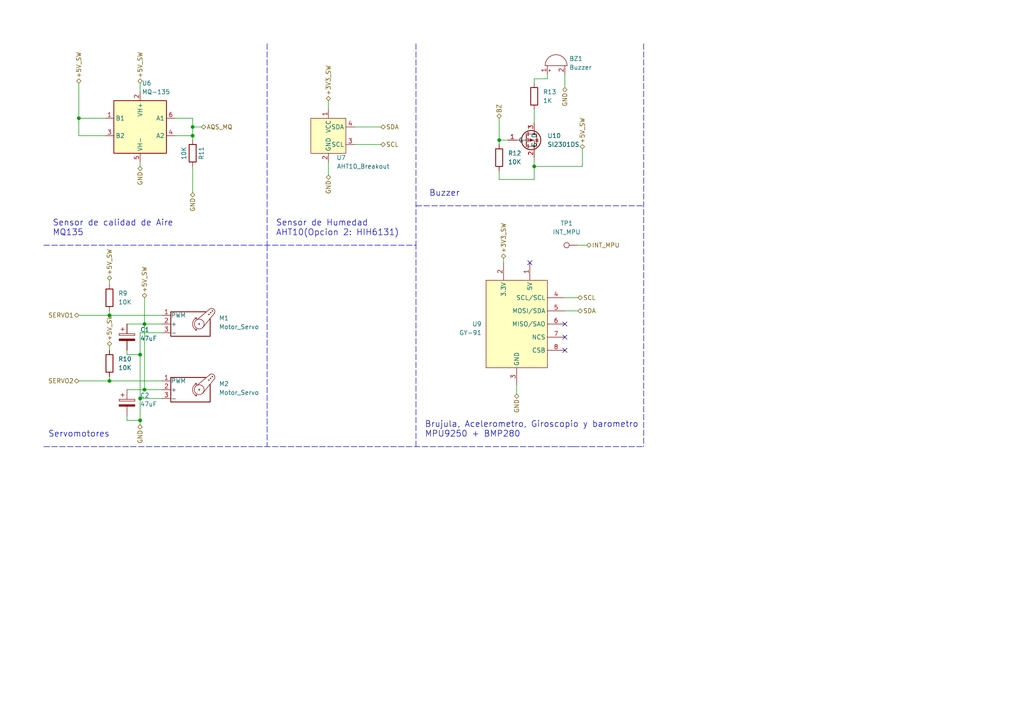
<source format=kicad_sch>
(kicad_sch (version 20211123) (generator eeschema)

  (uuid c41369cf-f6c2-4467-b5b6-547d11b61494)

  (paper "A4")

  (title_block
    (title "mCALCAN: Placa Sensores + Actuadores")
    (date "2022-10-10")
    (rev "3B_FULL")
    (company "gVIE")
    (comment 1 "Colegio: ITS Villada")
    (comment 2 "Córdoba, Argentina")
  )

  (lib_symbols
    (symbol "Connector:TestPoint" (pin_numbers hide) (pin_names (offset 0.762) hide) (in_bom yes) (on_board yes)
      (property "Reference" "TP" (id 0) (at 0 6.858 0)
        (effects (font (size 1.27 1.27)))
      )
      (property "Value" "TestPoint" (id 1) (at 0 5.08 0)
        (effects (font (size 1.27 1.27)))
      )
      (property "Footprint" "" (id 2) (at 5.08 0 0)
        (effects (font (size 1.27 1.27)) hide)
      )
      (property "Datasheet" "~" (id 3) (at 5.08 0 0)
        (effects (font (size 1.27 1.27)) hide)
      )
      (property "ki_keywords" "test point tp" (id 4) (at 0 0 0)
        (effects (font (size 1.27 1.27)) hide)
      )
      (property "ki_description" "test point" (id 5) (at 0 0 0)
        (effects (font (size 1.27 1.27)) hide)
      )
      (property "ki_fp_filters" "Pin* Test*" (id 6) (at 0 0 0)
        (effects (font (size 1.27 1.27)) hide)
      )
      (symbol "TestPoint_0_1"
        (circle (center 0 3.302) (radius 0.762)
          (stroke (width 0) (type default) (color 0 0 0 0))
          (fill (type none))
        )
      )
      (symbol "TestPoint_1_1"
        (pin passive line (at 0 0 90) (length 2.54)
          (name "1" (effects (font (size 1.27 1.27))))
          (number "1" (effects (font (size 1.27 1.27))))
        )
      )
    )
    (symbol "Device:Buzzer" (pin_names (offset 0.0254) hide) (in_bom yes) (on_board yes)
      (property "Reference" "BZ" (id 0) (at 3.81 1.27 0)
        (effects (font (size 1.27 1.27)) (justify left))
      )
      (property "Value" "Buzzer" (id 1) (at 3.81 -1.27 0)
        (effects (font (size 1.27 1.27)) (justify left))
      )
      (property "Footprint" "" (id 2) (at -0.635 2.54 90)
        (effects (font (size 1.27 1.27)) hide)
      )
      (property "Datasheet" "~" (id 3) (at -0.635 2.54 90)
        (effects (font (size 1.27 1.27)) hide)
      )
      (property "ki_keywords" "quartz resonator ceramic" (id 4) (at 0 0 0)
        (effects (font (size 1.27 1.27)) hide)
      )
      (property "ki_description" "Buzzer, polarized" (id 5) (at 0 0 0)
        (effects (font (size 1.27 1.27)) hide)
      )
      (property "ki_fp_filters" "*Buzzer*" (id 6) (at 0 0 0)
        (effects (font (size 1.27 1.27)) hide)
      )
      (symbol "Buzzer_0_1"
        (arc (start 0 -3.175) (mid 3.175 0) (end 0 3.175)
          (stroke (width 0) (type default) (color 0 0 0 0))
          (fill (type none))
        )
        (polyline
          (pts
            (xy -1.651 1.905)
            (xy -1.143 1.905)
          )
          (stroke (width 0) (type default) (color 0 0 0 0))
          (fill (type none))
        )
        (polyline
          (pts
            (xy -1.397 2.159)
            (xy -1.397 1.651)
          )
          (stroke (width 0) (type default) (color 0 0 0 0))
          (fill (type none))
        )
        (polyline
          (pts
            (xy 0 3.175)
            (xy 0 -3.175)
          )
          (stroke (width 0) (type default) (color 0 0 0 0))
          (fill (type none))
        )
      )
      (symbol "Buzzer_1_1"
        (pin passive line (at -2.54 2.54 0) (length 2.54)
          (name "-" (effects (font (size 1.27 1.27))))
          (number "1" (effects (font (size 1.27 1.27))))
        )
        (pin passive line (at -2.54 -2.54 0) (length 2.54)
          (name "+" (effects (font (size 1.27 1.27))))
          (number "2" (effects (font (size 1.27 1.27))))
        )
      )
    )
    (symbol "Device:C_Polarized" (pin_numbers hide) (pin_names (offset 0.254)) (in_bom yes) (on_board yes)
      (property "Reference" "C" (id 0) (at 0.635 2.54 0)
        (effects (font (size 1.27 1.27)) (justify left))
      )
      (property "Value" "C_Polarized" (id 1) (at 0.635 -2.54 0)
        (effects (font (size 1.27 1.27)) (justify left))
      )
      (property "Footprint" "" (id 2) (at 0.9652 -3.81 0)
        (effects (font (size 1.27 1.27)) hide)
      )
      (property "Datasheet" "~" (id 3) (at 0 0 0)
        (effects (font (size 1.27 1.27)) hide)
      )
      (property "ki_keywords" "cap capacitor" (id 4) (at 0 0 0)
        (effects (font (size 1.27 1.27)) hide)
      )
      (property "ki_description" "Polarized capacitor" (id 5) (at 0 0 0)
        (effects (font (size 1.27 1.27)) hide)
      )
      (property "ki_fp_filters" "CP_*" (id 6) (at 0 0 0)
        (effects (font (size 1.27 1.27)) hide)
      )
      (symbol "C_Polarized_0_1"
        (rectangle (start -2.286 0.508) (end 2.286 1.016)
          (stroke (width 0) (type default) (color 0 0 0 0))
          (fill (type none))
        )
        (polyline
          (pts
            (xy -1.778 2.286)
            (xy -0.762 2.286)
          )
          (stroke (width 0) (type default) (color 0 0 0 0))
          (fill (type none))
        )
        (polyline
          (pts
            (xy -1.27 2.794)
            (xy -1.27 1.778)
          )
          (stroke (width 0) (type default) (color 0 0 0 0))
          (fill (type none))
        )
        (rectangle (start 2.286 -0.508) (end -2.286 -1.016)
          (stroke (width 0) (type default) (color 0 0 0 0))
          (fill (type outline))
        )
      )
      (symbol "C_Polarized_1_1"
        (pin passive line (at 0 3.81 270) (length 2.794)
          (name "~" (effects (font (size 1.27 1.27))))
          (number "1" (effects (font (size 1.27 1.27))))
        )
        (pin passive line (at 0 -3.81 90) (length 2.794)
          (name "~" (effects (font (size 1.27 1.27))))
          (number "2" (effects (font (size 1.27 1.27))))
        )
      )
    )
    (symbol "Device:R" (pin_numbers hide) (pin_names (offset 0)) (in_bom yes) (on_board yes)
      (property "Reference" "R" (id 0) (at 2.032 0 90)
        (effects (font (size 1.27 1.27)))
      )
      (property "Value" "R" (id 1) (at 0 0 90)
        (effects (font (size 1.27 1.27)))
      )
      (property "Footprint" "" (id 2) (at -1.778 0 90)
        (effects (font (size 1.27 1.27)) hide)
      )
      (property "Datasheet" "~" (id 3) (at 0 0 0)
        (effects (font (size 1.27 1.27)) hide)
      )
      (property "ki_keywords" "R res resistor" (id 4) (at 0 0 0)
        (effects (font (size 1.27 1.27)) hide)
      )
      (property "ki_description" "Resistor" (id 5) (at 0 0 0)
        (effects (font (size 1.27 1.27)) hide)
      )
      (property "ki_fp_filters" "R_*" (id 6) (at 0 0 0)
        (effects (font (size 1.27 1.27)) hide)
      )
      (symbol "R_0_1"
        (rectangle (start -1.016 -2.54) (end 1.016 2.54)
          (stroke (width 0.254) (type default) (color 0 0 0 0))
          (fill (type none))
        )
      )
      (symbol "R_1_1"
        (pin passive line (at 0 3.81 270) (length 1.27)
          (name "~" (effects (font (size 1.27 1.27))))
          (number "1" (effects (font (size 1.27 1.27))))
        )
        (pin passive line (at 0 -3.81 90) (length 1.27)
          (name "~" (effects (font (size 1.27 1.27))))
          (number "2" (effects (font (size 1.27 1.27))))
        )
      )
    )
    (symbol "Motor:Motor_Servo" (pin_names (offset 0.0254)) (in_bom yes) (on_board yes)
      (property "Reference" "M" (id 0) (at -5.08 4.445 0)
        (effects (font (size 1.27 1.27)) (justify left))
      )
      (property "Value" "Motor_Servo" (id 1) (at -5.08 -4.064 0)
        (effects (font (size 1.27 1.27)) (justify left top))
      )
      (property "Footprint" "" (id 2) (at 0 -4.826 0)
        (effects (font (size 1.27 1.27)) hide)
      )
      (property "Datasheet" "http://forums.parallax.com/uploads/attachments/46831/74481.png" (id 3) (at 0 -4.826 0)
        (effects (font (size 1.27 1.27)) hide)
      )
      (property "ki_keywords" "Servo Motor" (id 4) (at 0 0 0)
        (effects (font (size 1.27 1.27)) hide)
      )
      (property "ki_description" "Servo Motor (Futaba, HiTec, JR connector)" (id 5) (at 0 0 0)
        (effects (font (size 1.27 1.27)) hide)
      )
      (property "ki_fp_filters" "PinHeader*P2.54mm*" (id 6) (at 0 0 0)
        (effects (font (size 1.27 1.27)) hide)
      )
      (symbol "Motor_Servo_0_1"
        (polyline
          (pts
            (xy 2.413 -1.778)
            (xy 2.032 -1.778)
          )
          (stroke (width 0) (type default) (color 0 0 0 0))
          (fill (type none))
        )
        (polyline
          (pts
            (xy 2.413 -1.778)
            (xy 2.286 -1.397)
          )
          (stroke (width 0) (type default) (color 0 0 0 0))
          (fill (type none))
        )
        (polyline
          (pts
            (xy 2.413 1.778)
            (xy 1.905 1.778)
          )
          (stroke (width 0) (type default) (color 0 0 0 0))
          (fill (type none))
        )
        (polyline
          (pts
            (xy 2.413 1.778)
            (xy 2.286 1.397)
          )
          (stroke (width 0) (type default) (color 0 0 0 0))
          (fill (type none))
        )
        (polyline
          (pts
            (xy 6.35 4.445)
            (xy 2.54 1.27)
          )
          (stroke (width 0) (type default) (color 0 0 0 0))
          (fill (type none))
        )
        (polyline
          (pts
            (xy 7.62 3.175)
            (xy 4.191 -1.016)
          )
          (stroke (width 0) (type default) (color 0 0 0 0))
          (fill (type none))
        )
        (polyline
          (pts
            (xy 5.08 3.556)
            (xy -5.08 3.556)
            (xy -5.08 -3.556)
            (xy 6.35 -3.556)
            (xy 6.35 1.524)
          )
          (stroke (width 0.254) (type default) (color 0 0 0 0))
          (fill (type none))
        )
        (arc (start 2.413 1.778) (mid 1.2406 0) (end 2.413 -1.778)
          (stroke (width 0) (type default) (color 0 0 0 0))
          (fill (type none))
        )
        (circle (center 3.175 0) (radius 0.1778)
          (stroke (width 0) (type default) (color 0 0 0 0))
          (fill (type none))
        )
        (circle (center 3.175 0) (radius 1.4224)
          (stroke (width 0) (type default) (color 0 0 0 0))
          (fill (type none))
        )
        (circle (center 5.969 2.794) (radius 0.127)
          (stroke (width 0) (type default) (color 0 0 0 0))
          (fill (type none))
        )
        (circle (center 6.477 3.302) (radius 0.127)
          (stroke (width 0) (type default) (color 0 0 0 0))
          (fill (type none))
        )
        (circle (center 6.985 3.81) (radius 0.127)
          (stroke (width 0) (type default) (color 0 0 0 0))
          (fill (type none))
        )
        (arc (start 7.62 3.175) (mid 7.4485 4.2735) (end 6.35 4.445)
          (stroke (width 0) (type default) (color 0 0 0 0))
          (fill (type none))
        )
      )
      (symbol "Motor_Servo_1_1"
        (pin passive line (at -7.62 2.54 0) (length 2.54)
          (name "PWM" (effects (font (size 1.27 1.27))))
          (number "1" (effects (font (size 1.27 1.27))))
        )
        (pin passive line (at -7.62 0 0) (length 2.54)
          (name "+" (effects (font (size 1.27 1.27))))
          (number "2" (effects (font (size 1.27 1.27))))
        )
        (pin passive line (at -7.62 -2.54 0) (length 2.54)
          (name "-" (effects (font (size 1.27 1.27))))
          (number "3" (effects (font (size 1.27 1.27))))
        )
      )
    )
    (symbol "Sensor_Gas:MQ-6" (in_bom yes) (on_board yes)
      (property "Reference" "U" (id 0) (at -6.35 8.89 0)
        (effects (font (size 1.27 1.27)))
      )
      (property "Value" "MQ-6" (id 1) (at 3.81 8.89 0)
        (effects (font (size 1.27 1.27)))
      )
      (property "Footprint" "Sensor:MQ-6" (id 2) (at 1.27 -11.43 0)
        (effects (font (size 1.27 1.27)) hide)
      )
      (property "Datasheet" "https://www.winsen-sensor.com/d/files/semiconductor/mq-6.pdf" (id 3) (at 0 6.35 0)
        (effects (font (size 1.27 1.27)) hide)
      )
      (property "ki_keywords" "flammable gas sensor LPG" (id 4) (at 0 0 0)
        (effects (font (size 1.27 1.27)) hide)
      )
      (property "ki_description" "Semiconductor Sensor for Flammable Gas" (id 5) (at 0 0 0)
        (effects (font (size 1.27 1.27)) hide)
      )
      (property "ki_fp_filters" "*MQ*6*" (id 6) (at 0 0 0)
        (effects (font (size 1.27 1.27)) hide)
      )
      (symbol "MQ-6_0_1"
        (rectangle (start -7.62 7.62) (end 7.62 -7.62)
          (stroke (width 0.254) (type default) (color 0 0 0 0))
          (fill (type background))
        )
      )
      (symbol "MQ-6_1_1"
        (pin passive line (at 10.16 2.54 180) (length 2.54)
          (name "B1" (effects (font (size 1.27 1.27))))
          (number "1" (effects (font (size 1.27 1.27))))
        )
        (pin power_in line (at 0 10.16 270) (length 2.54)
          (name "VH+" (effects (font (size 1.27 1.27))))
          (number "2" (effects (font (size 1.27 1.27))))
        )
        (pin passive line (at 10.16 -2.54 180) (length 2.54)
          (name "B2" (effects (font (size 1.27 1.27))))
          (number "3" (effects (font (size 1.27 1.27))))
        )
        (pin passive line (at -10.16 -2.54 0) (length 2.54)
          (name "A2" (effects (font (size 1.27 1.27))))
          (number "4" (effects (font (size 1.27 1.27))))
        )
        (pin power_in line (at 0 -10.16 90) (length 2.54)
          (name "VH-" (effects (font (size 1.27 1.27))))
          (number "5" (effects (font (size 1.27 1.27))))
        )
        (pin passive line (at -10.16 2.54 0) (length 2.54)
          (name "A1" (effects (font (size 1.27 1.27))))
          (number "6" (effects (font (size 1.27 1.27))))
        )
      )
    )
    (symbol "mCALCAN_lib:AHT10_Breakout" (in_bom yes) (on_board yes)
      (property "Reference" "U" (id 0) (at -22.86 5.08 0)
        (effects (font (size 1.27 1.27)))
      )
      (property "Value" "AHT10_Breakout" (id 1) (at -22.86 7.62 0)
        (effects (font (size 1.27 1.27)))
      )
      (property "Footprint" "" (id 2) (at -1.27 0 0)
        (effects (font (size 1.27 1.27)) hide)
      )
      (property "Datasheet" "" (id 3) (at -1.27 0 0)
        (effects (font (size 1.27 1.27)) hide)
      )
      (symbol "AHT10_Breakout_0_1"
        (rectangle (start -5.08 5.08) (end 5.08 -5.08)
          (stroke (width 0) (type default) (color 0 0 0 0))
          (fill (type background))
        )
      )
      (symbol "AHT10_Breakout_1_1"
        (pin power_in line (at 0 7.62 270) (length 2.54)
          (name "VCC" (effects (font (size 1.27 1.27))))
          (number "1" (effects (font (size 1.27 1.27))))
        )
        (pin power_in line (at 0 -7.62 90) (length 2.54)
          (name "GND" (effects (font (size 1.27 1.27))))
          (number "2" (effects (font (size 1.27 1.27))))
        )
        (pin bidirectional line (at 7.62 -2.54 180) (length 2.54)
          (name "SCL" (effects (font (size 1.27 1.27))))
          (number "3" (effects (font (size 1.27 1.27))))
        )
        (pin bidirectional line (at 7.62 2.54 180) (length 2.54)
          (name "SDA" (effects (font (size 1.27 1.27))))
          (number "4" (effects (font (size 1.27 1.27))))
        )
      )
    )
    (symbol "mCALCAN_lib:GY-91" (in_bom yes) (on_board yes)
      (property "Reference" "U" (id 0) (at 7.62 13.97 0)
        (effects (font (size 1.27 1.27)))
      )
      (property "Value" "GY-91" (id 1) (at 10.16 16.51 0)
        (effects (font (size 1.27 1.27)))
      )
      (property "Footprint" "" (id 2) (at -1.27 3.81 0)
        (effects (font (size 1.27 1.27)) hide)
      )
      (property "Datasheet" "" (id 3) (at -1.27 3.81 0)
        (effects (font (size 1.27 1.27)) hide)
      )
      (symbol "GY-91_0_1"
        (rectangle (start -8.89 12.7) (end 8.89 -12.7)
          (stroke (width 0) (type default) (color 0 0 0 0))
          (fill (type background))
        )
      )
      (symbol "GY-91_1_1"
        (pin power_in line (at 3.81 17.78 270) (length 5.08)
          (name "5V" (effects (font (size 1.27 1.27))))
          (number "1" (effects (font (size 1.27 1.27))))
        )
        (pin power_in line (at -3.81 17.78 270) (length 5.08)
          (name "3.3V" (effects (font (size 1.27 1.27))))
          (number "2" (effects (font (size 1.27 1.27))))
        )
        (pin power_in line (at 0 -17.78 90) (length 5.08)
          (name "GND" (effects (font (size 1.27 1.27))))
          (number "3" (effects (font (size 1.27 1.27))))
        )
        (pin bidirectional line (at 13.97 7.62 180) (length 5.08)
          (name "SCL/SCL" (effects (font (size 1.27 1.27))))
          (number "4" (effects (font (size 1.27 1.27))))
        )
        (pin bidirectional line (at 13.97 3.81 180) (length 5.08)
          (name "MOSI/SDA" (effects (font (size 1.27 1.27))))
          (number "5" (effects (font (size 1.27 1.27))))
        )
        (pin bidirectional line (at 13.97 0 180) (length 5.08)
          (name "MISO/SAO" (effects (font (size 1.27 1.27))))
          (number "6" (effects (font (size 1.27 1.27))))
        )
        (pin bidirectional line (at 13.97 -3.81 180) (length 5.08)
          (name "NCS" (effects (font (size 1.27 1.27))))
          (number "7" (effects (font (size 1.27 1.27))))
        )
        (pin bidirectional line (at 13.97 -7.62 180) (length 5.08)
          (name "CSB" (effects (font (size 1.27 1.27))))
          (number "8" (effects (font (size 1.27 1.27))))
        )
      )
    )
    (symbol "mCALCAN_lib:SI2301DS" (in_bom yes) (on_board yes)
      (property "Reference" "U" (id 0) (at 2.54 -1.27 0)
        (effects (font (size 1.27 1.27)))
      )
      (property "Value" "SI2301DS" (id 1) (at 6.35 1.27 0)
        (effects (font (size 1.27 1.27)))
      )
      (property "Footprint" "" (id 2) (at 0 12.7 0)
        (effects (font (size 1.27 1.27)) hide)
      )
      (property "Datasheet" "" (id 3) (at 0 12.7 0)
        (effects (font (size 1.27 1.27)) hide)
      )
      (symbol "SI2301DS_0_1"
        (circle (center -0.889 0) (radius 2.794)
          (stroke (width 0.254) (type default) (color 0 0 0 0))
          (fill (type none))
        )
        (circle (center 0 -1.778) (radius 0.254)
          (stroke (width 0) (type default) (color 0 0 0 0))
          (fill (type outline))
        )
        (polyline
          (pts
            (xy -2.286 0)
            (xy -5.08 0)
          )
          (stroke (width 0) (type default) (color 0 0 0 0))
          (fill (type none))
        )
        (polyline
          (pts
            (xy -2.286 1.905)
            (xy -2.286 -1.905)
          )
          (stroke (width 0.254) (type default) (color 0 0 0 0))
          (fill (type none))
        )
        (polyline
          (pts
            (xy -1.778 -1.27)
            (xy -1.778 -2.286)
          )
          (stroke (width 0.254) (type default) (color 0 0 0 0))
          (fill (type none))
        )
        (polyline
          (pts
            (xy -1.778 0.508)
            (xy -1.778 -0.508)
          )
          (stroke (width 0.254) (type default) (color 0 0 0 0))
          (fill (type none))
        )
        (polyline
          (pts
            (xy -1.778 2.286)
            (xy -1.778 1.27)
          )
          (stroke (width 0.254) (type default) (color 0 0 0 0))
          (fill (type none))
        )
        (polyline
          (pts
            (xy 0 2.54)
            (xy 0 1.778)
          )
          (stroke (width 0) (type default) (color 0 0 0 0))
          (fill (type none))
        )
        (polyline
          (pts
            (xy 0 -2.54)
            (xy 0 0)
            (xy -1.778 0)
          )
          (stroke (width 0) (type default) (color 0 0 0 0))
          (fill (type none))
        )
        (polyline
          (pts
            (xy -1.778 1.778)
            (xy 0.762 1.778)
            (xy 0.762 -1.778)
            (xy -1.778 -1.778)
          )
          (stroke (width 0) (type default) (color 0 0 0 0))
          (fill (type none))
        )
        (polyline
          (pts
            (xy -0.254 0)
            (xy -1.27 0.381)
            (xy -1.27 -0.381)
            (xy -0.254 0)
          )
          (stroke (width 0) (type default) (color 0 0 0 0))
          (fill (type outline))
        )
        (polyline
          (pts
            (xy 0.254 -0.508)
            (xy 0.381 -0.381)
            (xy 1.143 -0.381)
            (xy 1.27 -0.254)
          )
          (stroke (width 0) (type default) (color 0 0 0 0))
          (fill (type none))
        )
        (polyline
          (pts
            (xy 0.762 -0.381)
            (xy 0.381 0.254)
            (xy 1.143 0.254)
            (xy 0.762 -0.381)
          )
          (stroke (width 0) (type default) (color 0 0 0 0))
          (fill (type none))
        )
        (circle (center 0 1.778) (radius 0.254)
          (stroke (width 0) (type default) (color 0 0 0 0))
          (fill (type outline))
        )
      )
      (symbol "SI2301DS_1_1"
        (pin input line (at -7.62 0 0) (length 2.54)
          (name "G" (effects (font (size 1.27 1.27))))
          (number "1" (effects (font (size 1.27 1.27))))
        )
        (pin passive line (at 0 -5.08 90) (length 2.54)
          (name "S" (effects (font (size 1.27 1.27))))
          (number "2" (effects (font (size 1.27 1.27))))
        )
        (pin passive line (at 0 5.08 270) (length 2.54)
          (name "D" (effects (font (size 1.27 1.27))))
          (number "3" (effects (font (size 1.27 1.27))))
        )
      )
    )
  )

  (junction (at 31.75 110.49) (diameter 0) (color 0 0 0 0)
    (uuid 1ca98cf9-5ed4-4c9a-8e2d-2881051e2052)
  )
  (junction (at 154.94 48.26) (diameter 0) (color 0 0 0 0)
    (uuid 2498acdd-84e7-419d-87ce-eb84cd48c7cc)
  )
  (junction (at 40.64 102.87) (diameter 0) (color 0 0 0 0)
    (uuid 619670b3-ae19-446e-ad5c-a35451562e48)
  )
  (junction (at 55.88 39.37) (diameter 0) (color 0 0 0 0)
    (uuid 6d136ffb-840e-4fef-9eb3-69e6f5347502)
  )
  (junction (at 55.88 36.83) (diameter 0) (color 0 0 0 0)
    (uuid 6e7d3c0e-3a35-4029-99b3-0df5f049393c)
  )
  (junction (at 40.64 121.92) (diameter 0) (color 0 0 0 0)
    (uuid 71d5c47a-3399-4a18-a952-cbc78c16dc59)
  )
  (junction (at 41.91 93.98) (diameter 0) (color 0 0 0 0)
    (uuid 7e54af1a-9072-4efe-a859-482ee80f7aea)
  )
  (junction (at 22.86 34.29) (diameter 0) (color 0 0 0 0)
    (uuid 8e668ee7-b9e1-4150-bddb-34bdfcdc3008)
  )
  (junction (at 31.75 91.44) (diameter 0) (color 0 0 0 0)
    (uuid b8830f41-24c0-4d58-99e2-0cc63c19b12f)
  )
  (junction (at 40.64 115.57) (diameter 0) (color 0 0 0 0)
    (uuid b9207ada-dcd3-49c5-89e3-06eb37eb10b7)
  )
  (junction (at 41.91 113.03) (diameter 0) (color 0 0 0 0)
    (uuid c43d99c6-a735-46ca-9fa0-cf524d339c73)
  )
  (junction (at 144.78 40.64) (diameter 0) (color 0 0 0 0)
    (uuid e4f1abdd-e8fc-4583-a29c-acaee96d1691)
  )

  (no_connect (at 153.67 76.2) (uuid 3c4f50cb-01c6-4be7-9496-51f7b79cdb3d))
  (no_connect (at 163.83 93.98) (uuid effffa22-4ae8-4678-bec7-823c45fa46a0))
  (no_connect (at 163.83 97.79) (uuid effffa22-4ae8-4678-bec7-823c45fa46a1))
  (no_connect (at 163.83 101.6) (uuid effffa22-4ae8-4678-bec7-823c45fa46a2))

  (wire (pts (xy 22.86 24.13) (xy 22.86 34.29))
    (stroke (width 0) (type default) (color 0 0 0 0))
    (uuid 00d24d4d-f3e1-4118-b71b-2d06fdc48169)
  )
  (polyline (pts (xy 77.47 71.12) (xy 77.47 129.54))
    (stroke (width 0) (type default) (color 0 0 0 0))
    (uuid 0360067a-2c3d-45d0-b251-00df51b87e4a)
  )

  (wire (pts (xy 36.83 121.92) (xy 40.64 121.92))
    (stroke (width 0) (type default) (color 0 0 0 0))
    (uuid 07b5b44a-91c4-4873-b20d-6e9294031582)
  )
  (wire (pts (xy 41.91 86.36) (xy 41.91 93.98))
    (stroke (width 0) (type default) (color 0 0 0 0))
    (uuid 0ab3cb63-3415-42d8-bcf9-983233b72e79)
  )
  (wire (pts (xy 40.64 121.92) (xy 40.64 123.19))
    (stroke (width 0) (type default) (color 0 0 0 0))
    (uuid 0ca9a823-fb30-4032-956b-7546b11d4d97)
  )
  (wire (pts (xy 22.86 34.29) (xy 30.48 34.29))
    (stroke (width 0) (type default) (color 0 0 0 0))
    (uuid 0e151fcc-98ac-4e5c-b720-8d134b458879)
  )
  (wire (pts (xy 31.75 91.44) (xy 31.75 90.17))
    (stroke (width 0) (type default) (color 0 0 0 0))
    (uuid 0e1e9dbe-84c9-4dd8-938d-d380e5628cf6)
  )
  (wire (pts (xy 144.78 40.64) (xy 147.32 40.64))
    (stroke (width 0) (type default) (color 0 0 0 0))
    (uuid 0e3dbfb6-2309-4783-8b85-002a67fe6366)
  )
  (wire (pts (xy 167.64 71.12) (xy 170.18 71.12))
    (stroke (width 0) (type default) (color 0 0 0 0))
    (uuid 1046074b-6ffe-4983-bfc0-00c46903a977)
  )
  (wire (pts (xy 154.94 31.75) (xy 154.94 35.56))
    (stroke (width 0) (type default) (color 0 0 0 0))
    (uuid 1bc6e087-d4f0-4426-9745-293c0d70c970)
  )
  (wire (pts (xy 22.86 39.37) (xy 30.48 39.37))
    (stroke (width 0) (type default) (color 0 0 0 0))
    (uuid 1f0118a9-b027-426c-8c06-3dcac5b763b2)
  )
  (wire (pts (xy 31.75 100.33) (xy 31.75 101.6))
    (stroke (width 0) (type default) (color 0 0 0 0))
    (uuid 20fa4b73-83bf-41b2-8711-7234f76ff0d5)
  )
  (wire (pts (xy 144.78 40.64) (xy 144.78 41.91))
    (stroke (width 0) (type default) (color 0 0 0 0))
    (uuid 2647c1c0-9161-4b2c-ba57-961e0c471668)
  )
  (polyline (pts (xy 175.26 71.12) (xy 175.26 71.12))
    (stroke (width 0) (type default) (color 0 0 0 0))
    (uuid 268f55a3-48ce-4451-b7b6-ebcdedc8dd0b)
  )

  (wire (pts (xy 40.64 115.57) (xy 40.64 121.92))
    (stroke (width 0) (type default) (color 0 0 0 0))
    (uuid 2afa2188-a7fa-479d-a562-849d01ee394d)
  )
  (wire (pts (xy 154.94 24.13) (xy 154.94 22.86))
    (stroke (width 0) (type default) (color 0 0 0 0))
    (uuid 320c982e-8ebb-4faf-9d25-7de1faca9453)
  )
  (wire (pts (xy 168.91 43.18) (xy 168.91 48.26))
    (stroke (width 0) (type default) (color 0 0 0 0))
    (uuid 34ad68a4-3829-422b-9bff-fef45adc0725)
  )
  (wire (pts (xy 40.64 46.99) (xy 40.64 48.26))
    (stroke (width 0) (type default) (color 0 0 0 0))
    (uuid 37ef351b-a615-4fe6-9638-162117790a5a)
  )
  (wire (pts (xy 158.75 22.86) (xy 158.75 21.59))
    (stroke (width 0) (type default) (color 0 0 0 0))
    (uuid 39812507-bad0-4c1b-a013-6764d45ee3d3)
  )
  (wire (pts (xy 154.94 48.26) (xy 154.94 45.72))
    (stroke (width 0) (type default) (color 0 0 0 0))
    (uuid 3b8e618d-5bfb-4376-9ff8-bf5112a65d63)
  )
  (wire (pts (xy 46.99 91.44) (xy 31.75 91.44))
    (stroke (width 0) (type default) (color 0 0 0 0))
    (uuid 3e04e0a7-9294-480d-9bd3-30dfe9f1fddc)
  )
  (wire (pts (xy 31.75 81.28) (xy 31.75 82.55))
    (stroke (width 0) (type default) (color 0 0 0 0))
    (uuid 41d607d1-26a6-49d8-8dda-2f3c62e2b44a)
  )
  (wire (pts (xy 95.25 46.99) (xy 95.25 50.8))
    (stroke (width 0) (type default) (color 0 0 0 0))
    (uuid 44cfa4ad-238d-44c9-911a-2f5ad1be6ec9)
  )
  (wire (pts (xy 144.78 49.53) (xy 144.78 52.07))
    (stroke (width 0) (type default) (color 0 0 0 0))
    (uuid 4a9bef8c-94d1-410a-92a3-25f8cc3a009f)
  )
  (wire (pts (xy 102.87 41.91) (xy 110.49 41.91))
    (stroke (width 0) (type default) (color 0 0 0 0))
    (uuid 4b97e1d2-d6b7-41c2-bafe-363a8a747799)
  )
  (wire (pts (xy 154.94 52.07) (xy 154.94 48.26))
    (stroke (width 0) (type default) (color 0 0 0 0))
    (uuid 4f45d524-1b41-4d16-a22e-6466f481e9a6)
  )
  (wire (pts (xy 22.86 110.49) (xy 31.75 110.49))
    (stroke (width 0) (type default) (color 0 0 0 0))
    (uuid 52657062-5ffb-455d-b209-8aa20847e444)
  )
  (wire (pts (xy 31.75 110.49) (xy 31.75 109.22))
    (stroke (width 0) (type default) (color 0 0 0 0))
    (uuid 55fa643a-479c-440e-adbc-e4983cfd1618)
  )
  (wire (pts (xy 36.83 102.87) (xy 40.64 102.87))
    (stroke (width 0) (type default) (color 0 0 0 0))
    (uuid 5c8fd648-9d5e-4d77-9dc9-7f8fb368ce3c)
  )
  (wire (pts (xy 36.83 113.03) (xy 41.91 113.03))
    (stroke (width 0) (type default) (color 0 0 0 0))
    (uuid 6adb5c60-d50d-4a53-87de-647fd5dcf836)
  )
  (polyline (pts (xy 120.65 129.54) (xy 120.65 71.12))
    (stroke (width 0) (type default) (color 0 0 0 0))
    (uuid 6af2d08a-3407-4469-b311-3a4bea944257)
  )

  (wire (pts (xy 163.83 90.17) (xy 167.64 90.17))
    (stroke (width 0) (type default) (color 0 0 0 0))
    (uuid 6c194402-ca0c-4413-8b69-c2bffc822fc4)
  )
  (wire (pts (xy 55.88 48.26) (xy 55.88 55.88))
    (stroke (width 0) (type default) (color 0 0 0 0))
    (uuid 6ece29fc-c722-4454-8e86-c2e93a9e0b56)
  )
  (polyline (pts (xy 120.65 12.7) (xy 120.65 71.12))
    (stroke (width 0) (type default) (color 0 0 0 0))
    (uuid 71a0c3e6-450c-4959-a1ee-a7afcbbfd9fd)
  )

  (wire (pts (xy 144.78 34.29) (xy 144.78 40.64))
    (stroke (width 0) (type default) (color 0 0 0 0))
    (uuid 7ae49f55-0ae3-403a-8310-7da0b9dbf6f4)
  )
  (wire (pts (xy 146.05 74.93) (xy 146.05 76.2))
    (stroke (width 0) (type default) (color 0 0 0 0))
    (uuid 7e3e001e-39bb-42c6-af3b-7f1c6069740e)
  )
  (wire (pts (xy 163.83 21.59) (xy 163.83 25.4))
    (stroke (width 0) (type default) (color 0 0 0 0))
    (uuid 825162e9-e6d0-4c94-8b32-f648a1b167fa)
  )
  (wire (pts (xy 40.64 24.13) (xy 40.64 26.67))
    (stroke (width 0) (type default) (color 0 0 0 0))
    (uuid 881a2030-eaf8-44bc-8739-7ca6fc10a0e7)
  )
  (wire (pts (xy 102.87 36.83) (xy 110.49 36.83))
    (stroke (width 0) (type default) (color 0 0 0 0))
    (uuid 8a3898a1-7ccb-4027-8476-87c4d3748867)
  )
  (wire (pts (xy 55.88 34.29) (xy 55.88 36.83))
    (stroke (width 0) (type default) (color 0 0 0 0))
    (uuid 8b1bd408-bbcd-4d6c-a668-0c2af165709d)
  )
  (wire (pts (xy 50.8 39.37) (xy 55.88 39.37))
    (stroke (width 0) (type default) (color 0 0 0 0))
    (uuid 97fd475f-e1d6-47ba-8bc0-0059e276f964)
  )
  (polyline (pts (xy 104.14 129.54) (xy 148.59 129.54))
    (stroke (width 0) (type default) (color 0 0 0 0))
    (uuid 9967af59-480a-46c7-82ea-0520f471c81b)
  )

  (wire (pts (xy 31.75 110.49) (xy 46.99 110.49))
    (stroke (width 0) (type default) (color 0 0 0 0))
    (uuid 9ac86a4a-9e5d-4fa3-a9d2-00d06dc8b95a)
  )
  (wire (pts (xy 55.88 36.83) (xy 55.88 39.37))
    (stroke (width 0) (type default) (color 0 0 0 0))
    (uuid 9b738e77-7778-4fba-b979-3a3afcf829c5)
  )
  (wire (pts (xy 46.99 96.52) (xy 40.64 96.52))
    (stroke (width 0) (type default) (color 0 0 0 0))
    (uuid a37322a6-244d-445b-8eee-d9f7d453dab9)
  )
  (polyline (pts (xy 12.7 71.12) (xy 104.14 71.12))
    (stroke (width 0) (type default) (color 0 0 0 0))
    (uuid a49d5ab1-201a-4d70-867a-4608db37e069)
  )

  (wire (pts (xy 46.99 93.98) (xy 41.91 93.98))
    (stroke (width 0) (type default) (color 0 0 0 0))
    (uuid a5c6e6c1-5d55-4ff4-ab0b-4dc59e768a8a)
  )
  (wire (pts (xy 31.75 91.44) (xy 22.86 91.44))
    (stroke (width 0) (type default) (color 0 0 0 0))
    (uuid a8109dbf-85cc-44e1-bf31-2f759793d3a8)
  )
  (wire (pts (xy 40.64 96.52) (xy 40.64 102.87))
    (stroke (width 0) (type default) (color 0 0 0 0))
    (uuid abb342b6-c36e-46e9-954e-21b23c3b48ec)
  )
  (wire (pts (xy 55.88 36.83) (xy 58.42 36.83))
    (stroke (width 0) (type default) (color 0 0 0 0))
    (uuid b2398acd-b4a0-41d1-ac11-90d3057e6638)
  )
  (polyline (pts (xy 104.14 71.12) (xy 120.65 71.12))
    (stroke (width 0) (type default) (color 0 0 0 0))
    (uuid b59d893e-4dd9-4463-894f-db9c4f0f3c44)
  )

  (wire (pts (xy 41.91 93.98) (xy 41.91 113.03))
    (stroke (width 0) (type default) (color 0 0 0 0))
    (uuid b8fe6da9-07f0-47f1-a0d4-9363b7bbc569)
  )
  (polyline (pts (xy 148.59 129.54) (xy 166.37 129.54))
    (stroke (width 0) (type default) (color 0 0 0 0))
    (uuid b9eeae95-15f3-4092-87e7-5b943f87e353)
  )

  (wire (pts (xy 144.78 52.07) (xy 154.94 52.07))
    (stroke (width 0) (type default) (color 0 0 0 0))
    (uuid ba7b0d44-0aba-4b05-a39e-f401060a97aa)
  )
  (wire (pts (xy 55.88 39.37) (xy 55.88 40.64))
    (stroke (width 0) (type default) (color 0 0 0 0))
    (uuid bd9fb48c-5da1-4f63-aae0-0a2ee5d53831)
  )
  (wire (pts (xy 40.64 115.57) (xy 46.99 115.57))
    (stroke (width 0) (type default) (color 0 0 0 0))
    (uuid c5108eea-1eea-4eb5-aa06-a0fac45fc471)
  )
  (wire (pts (xy 41.91 113.03) (xy 46.99 113.03))
    (stroke (width 0) (type default) (color 0 0 0 0))
    (uuid c749f2ac-9a83-433d-8be6-5ac31e7617a6)
  )
  (wire (pts (xy 163.83 86.36) (xy 167.64 86.36))
    (stroke (width 0) (type default) (color 0 0 0 0))
    (uuid cfcf248d-2bee-46df-ac64-24d7d96a3979)
  )
  (wire (pts (xy 154.94 48.26) (xy 168.91 48.26))
    (stroke (width 0) (type default) (color 0 0 0 0))
    (uuid d5fd4984-14ac-443e-ab71-de2c0217d36e)
  )
  (wire (pts (xy 50.8 34.29) (xy 55.88 34.29))
    (stroke (width 0) (type default) (color 0 0 0 0))
    (uuid d62fa09a-0e5d-4077-b75a-91826a6f3c9e)
  )
  (wire (pts (xy 36.83 101.6) (xy 36.83 102.87))
    (stroke (width 0) (type default) (color 0 0 0 0))
    (uuid d9a96851-b79c-4ad5-beb0-e7f4cd873597)
  )
  (wire (pts (xy 40.64 102.87) (xy 40.64 115.57))
    (stroke (width 0) (type default) (color 0 0 0 0))
    (uuid dac547b3-a611-4b85-a60f-b3c0dcd33828)
  )
  (wire (pts (xy 154.94 22.86) (xy 158.75 22.86))
    (stroke (width 0) (type default) (color 0 0 0 0))
    (uuid db98939b-f0d6-4de1-a355-2e60e99ce465)
  )
  (wire (pts (xy 22.86 34.29) (xy 22.86 39.37))
    (stroke (width 0) (type default) (color 0 0 0 0))
    (uuid df710dbf-5387-4961-a480-b48f81040ec3)
  )
  (polyline (pts (xy 186.69 12.7) (xy 186.69 129.54))
    (stroke (width 0) (type default) (color 0 0 0 0))
    (uuid dfc7e215-e0ff-4ee5-821f-9fa400e9b0c1)
  )
  (polyline (pts (xy 12.7 129.54) (xy 104.14 129.54))
    (stroke (width 0) (type default) (color 0 0 0 0))
    (uuid dffac277-499e-4c83-997c-1d9d39c3497d)
  )

  (wire (pts (xy 36.83 120.65) (xy 36.83 121.92))
    (stroke (width 0) (type default) (color 0 0 0 0))
    (uuid eab2eb21-cd4e-4e33-b14a-480fcf51cb1d)
  )
  (polyline (pts (xy 120.65 59.69) (xy 186.69 59.69))
    (stroke (width 0) (type default) (color 0 0 0 0))
    (uuid eadcffae-19f0-4360-9116-bf6a8202bd7d)
  )

  (wire (pts (xy 36.83 93.98) (xy 41.91 93.98))
    (stroke (width 0) (type default) (color 0 0 0 0))
    (uuid eb0b952a-e9a2-4d88-ae47-cb63d0eca44c)
  )
  (polyline (pts (xy 77.47 12.7) (xy 77.47 71.12))
    (stroke (width 0) (type default) (color 0 0 0 0))
    (uuid ecfe8de0-fd68-43f8-9e1d-43e5cb862b63)
  )
  (polyline (pts (xy 166.37 129.54) (xy 186.69 129.54))
    (stroke (width 0) (type default) (color 0 0 0 0))
    (uuid f38c0b09-af5d-41ec-b5bc-32aedeffdcb7)
  )

  (wire (pts (xy 95.25 29.21) (xy 95.25 31.75))
    (stroke (width 0) (type default) (color 0 0 0 0))
    (uuid f7cab36a-9c90-4f4e-a5d9-8e8f5a417da6)
  )
  (wire (pts (xy 149.86 111.76) (xy 149.86 114.3))
    (stroke (width 0) (type default) (color 0 0 0 0))
    (uuid f7cc8cb4-ff45-402b-9cb5-ce7a3f8c2fe8)
  )

  (text "Buzzer" (at 124.46 57.15 0)
    (effects (font (size 1.75 1.75)) (justify left bottom))
    (uuid 1abfd648-790b-409b-896d-96fe49ad0780)
  )
  (text "Sensor de Humedad\nAHT10(Opcion 2: HIH6131)" (at 80.01 68.58 0)
    (effects (font (size 1.75 1.75)) (justify left bottom))
    (uuid 23d8772e-76ab-4332-ab40-8ce17b36f43c)
  )
  (text "Brujula, Acelerometro, Giroscopio y barometro\nMPU9250 + BMP280"
    (at 123.19 127 0)
    (effects (font (size 1.75 1.75)) (justify left bottom))
    (uuid 2e421918-a7a1-4f32-8905-b8a20bd13545)
  )
  (text "Sensor de calidad de Aire\nMQ135" (at 15.24 68.58 0)
    (effects (font (size 1.75 1.75)) (justify left bottom))
    (uuid 4a31ec48-7978-40a4-8169-b381bbfe0200)
  )
  (text "Servomotores" (at 13.97 127 0)
    (effects (font (size 1.75 1.75)) (justify left bottom))
    (uuid 6f1cbabc-9ad7-4708-9e0a-364bf36995c8)
  )

  (hierarchical_label "+3V3_SW" (shape bidirectional) (at 95.25 29.21 90)
    (effects (font (size 1.27 1.27)) (justify left))
    (uuid 0bf775c3-4bd3-4bc1-9cb5-5fcf415ad1ea)
  )
  (hierarchical_label "SCL" (shape bidirectional) (at 110.49 41.91 0)
    (effects (font (size 1.27 1.27)) (justify left))
    (uuid 203d93dd-4a65-4aa9-9fa4-44c0b3ec37eb)
  )
  (hierarchical_label "+5V_SW" (shape bidirectional) (at 22.86 24.13 90)
    (effects (font (size 1.27 1.27)) (justify left))
    (uuid 2056d386-f11a-4d49-bb4f-ea72d747eff9)
  )
  (hierarchical_label "+5V_SW" (shape bidirectional) (at 41.91 86.36 90)
    (effects (font (size 1.27 1.27)) (justify left))
    (uuid 2148f2b6-facf-4495-acb4-dd632124e0f9)
  )
  (hierarchical_label "+5V_SW" (shape bidirectional) (at 168.91 43.18 90)
    (effects (font (size 1.27 1.27)) (justify left))
    (uuid 2c12df22-ea97-4a3c-a7fd-345ebb1178d8)
  )
  (hierarchical_label "+5V_SW" (shape bidirectional) (at 31.75 81.28 90)
    (effects (font (size 1.27 1.27)) (justify left))
    (uuid 4384aeef-a6b9-466b-97c7-12cdbede1029)
  )
  (hierarchical_label "GND" (shape bidirectional) (at 40.64 123.19 270)
    (effects (font (size 1.27 1.27)) (justify right))
    (uuid 44056df1-9fc3-4b45-9073-763dbd56a4cb)
  )
  (hierarchical_label "+3V3_SW" (shape bidirectional) (at 146.05 74.93 90)
    (effects (font (size 1.27 1.27)) (justify left))
    (uuid 53b1a22f-6590-4342-a365-acb935a14af1)
  )
  (hierarchical_label "SDA" (shape bidirectional) (at 110.49 36.83 0)
    (effects (font (size 1.27 1.27)) (justify left))
    (uuid 549df4b2-0a1a-4bb8-a8be-62a884c32d80)
  )
  (hierarchical_label "GND" (shape bidirectional) (at 40.64 48.26 270)
    (effects (font (size 1.27 1.27)) (justify right))
    (uuid 5cebe08a-db22-402b-af9c-bf6a02e23e2b)
  )
  (hierarchical_label "SDA" (shape bidirectional) (at 167.64 90.17 0)
    (effects (font (size 1.27 1.27)) (justify left))
    (uuid 7125fcf7-48dc-4e3f-859b-a492b864c883)
  )
  (hierarchical_label "BZ" (shape bidirectional) (at 144.78 34.29 90)
    (effects (font (size 1.27 1.27)) (justify left))
    (uuid 730ba1b5-9a83-42e1-89d2-5b07ebc52be4)
  )
  (hierarchical_label "GND" (shape bidirectional) (at 55.88 55.88 270)
    (effects (font (size 1.27 1.27)) (justify right))
    (uuid 75721611-9509-40b2-a4ad-06b6bba0ad11)
  )
  (hierarchical_label "INT_MPU" (shape bidirectional) (at 170.18 71.12 0)
    (effects (font (size 1.27 1.27)) (justify left))
    (uuid 7ec85a39-a313-4fe4-850f-0a71564827ca)
  )
  (hierarchical_label "SERVO1" (shape bidirectional) (at 22.86 91.44 180)
    (effects (font (size 1.27 1.27)) (justify right))
    (uuid 8f3bb7cd-5aec-4cf9-9219-ccaccde38385)
  )
  (hierarchical_label "GND" (shape bidirectional) (at 163.83 25.4 270)
    (effects (font (size 1.27 1.27)) (justify right))
    (uuid 9962525f-5afc-42a8-8ca4-6811a10c620f)
  )
  (hierarchical_label "+5V_SW" (shape bidirectional) (at 31.75 100.33 90)
    (effects (font (size 1.27 1.27)) (justify left))
    (uuid 9b7c0e6d-d875-4b7d-8f1b-b4d47d021a7d)
  )
  (hierarchical_label "AQS_MQ" (shape bidirectional) (at 58.42 36.83 0)
    (effects (font (size 1.27 1.27)) (justify left))
    (uuid 9c23a7ef-48ef-4af9-8e5a-d5dbe85666d5)
  )
  (hierarchical_label "GND" (shape bidirectional) (at 149.86 114.3 270)
    (effects (font (size 1.27 1.27)) (justify right))
    (uuid a8039e31-2f81-4c4f-a05c-df33a94fef99)
  )
  (hierarchical_label "+5V_SW" (shape bidirectional) (at 40.64 24.13 90)
    (effects (font (size 1.27 1.27)) (justify left))
    (uuid a8a599a6-c7e3-4a6a-8b58-4a610bb4b557)
  )
  (hierarchical_label "SERVO2" (shape bidirectional) (at 22.86 110.49 180)
    (effects (font (size 1.27 1.27)) (justify right))
    (uuid b6a0ca73-ef8d-4248-8831-c2aa17edbdbe)
  )
  (hierarchical_label "GND" (shape bidirectional) (at 95.25 50.8 270)
    (effects (font (size 1.27 1.27)) (justify right))
    (uuid cd0c6765-f2e4-494a-9606-ace12af0f590)
  )
  (hierarchical_label "SCL" (shape bidirectional) (at 167.64 86.36 0)
    (effects (font (size 1.27 1.27)) (justify left))
    (uuid facd241c-61cc-4ca6-a30b-706d46c5f52f)
  )

  (symbol (lib_id "Device:C_Polarized") (at 36.83 116.84 0) (unit 1)
    (in_bom yes) (on_board yes) (fields_autoplaced)
    (uuid 07dea576-948d-4983-88aa-8a2494165401)
    (property "Reference" "C2" (id 0) (at 40.64 114.6809 0)
      (effects (font (size 1.27 1.27)) (justify left))
    )
    (property "Value" "47uF" (id 1) (at 40.64 117.2209 0)
      (effects (font (size 1.27 1.27)) (justify left))
    )
    (property "Footprint" "Capacitor_SMD:CP_Elec_4x5.3" (id 2) (at 37.7952 120.65 0)
      (effects (font (size 1.27 1.27)) hide)
    )
    (property "Datasheet" "~" (id 3) (at 36.83 116.84 0)
      (effects (font (size 1.27 1.27)) hide)
    )
    (pin "1" (uuid 772ed774-61de-4ce7-be0a-e0b276a07e91))
    (pin "2" (uuid 8d7f1bfe-090c-47b2-b1ff-9b1c20b85f21))
  )

  (symbol (lib_id "Device:R") (at 31.75 86.36 180) (unit 1)
    (in_bom yes) (on_board yes) (fields_autoplaced)
    (uuid 2c4945ad-40de-4d49-87a6-238b955c390a)
    (property "Reference" "R9" (id 0) (at 34.29 85.0899 0)
      (effects (font (size 1.27 1.27)) (justify right))
    )
    (property "Value" "10K" (id 1) (at 34.29 87.6299 0)
      (effects (font (size 1.27 1.27)) (justify right))
    )
    (property "Footprint" "Resistor_SMD:R_0805_2012Metric_Pad1.20x1.40mm_HandSolder" (id 2) (at 33.528 86.36 90)
      (effects (font (size 1.27 1.27)) hide)
    )
    (property "Datasheet" "~" (id 3) (at 31.75 86.36 0)
      (effects (font (size 1.27 1.27)) hide)
    )
    (pin "1" (uuid 9e2a3346-547f-4054-a759-6fe2d7d81e08))
    (pin "2" (uuid c92b34a8-7922-4393-aa06-bc04bff19e66))
  )

  (symbol (lib_id "Device:R") (at 154.94 27.94 0) (unit 1)
    (in_bom yes) (on_board yes) (fields_autoplaced)
    (uuid 3ce300d9-d33a-4d19-be6e-257d7a572623)
    (property "Reference" "R13" (id 0) (at 157.48 26.6699 0)
      (effects (font (size 1.27 1.27)) (justify left))
    )
    (property "Value" "1K" (id 1) (at 157.48 29.2099 0)
      (effects (font (size 1.27 1.27)) (justify left))
    )
    (property "Footprint" "Resistor_SMD:R_0805_2012Metric_Pad1.20x1.40mm_HandSolder" (id 2) (at 153.162 27.94 90)
      (effects (font (size 1.27 1.27)) hide)
    )
    (property "Datasheet" "~" (id 3) (at 154.94 27.94 0)
      (effects (font (size 1.27 1.27)) hide)
    )
    (pin "1" (uuid 399d48fd-6eb6-44a5-8b2c-bfb8e5afec80))
    (pin "2" (uuid 920cfa06-bec0-4d20-9595-16c31591c4e2))
  )

  (symbol (lib_id "Device:R") (at 144.78 45.72 180) (unit 1)
    (in_bom yes) (on_board yes) (fields_autoplaced)
    (uuid 45a28d4b-6e99-4c77-a7f5-5da00a24841f)
    (property "Reference" "R12" (id 0) (at 147.32 44.4499 0)
      (effects (font (size 1.27 1.27)) (justify right))
    )
    (property "Value" "10K" (id 1) (at 147.32 46.9899 0)
      (effects (font (size 1.27 1.27)) (justify right))
    )
    (property "Footprint" "Resistor_SMD:R_0805_2012Metric_Pad1.20x1.40mm_HandSolder" (id 2) (at 146.558 45.72 90)
      (effects (font (size 1.27 1.27)) hide)
    )
    (property "Datasheet" "~" (id 3) (at 144.78 45.72 0)
      (effects (font (size 1.27 1.27)) hide)
    )
    (pin "1" (uuid 5fdfa14a-4851-4aaf-a562-6f33e0c13f01))
    (pin "2" (uuid cb94dad9-dfa0-475a-9a2c-7c8331f6eebd))
  )

  (symbol (lib_id "Motor:Motor_Servo") (at 54.61 93.98 0) (unit 1)
    (in_bom yes) (on_board yes) (fields_autoplaced)
    (uuid 56e8ed74-d1c3-496f-b6fd-a04e3f965320)
    (property "Reference" "M1" (id 0) (at 63.5 92.2765 0)
      (effects (font (size 1.27 1.27)) (justify left))
    )
    (property "Value" "Motor_Servo" (id 1) (at 63.5 94.8165 0)
      (effects (font (size 1.27 1.27)) (justify left))
    )
    (property "Footprint" "Connector_PinHeader_2.54mm:PinHeader_1x03_P2.54mm_Vertical" (id 2) (at 54.61 98.806 0)
      (effects (font (size 1.27 1.27)) hide)
    )
    (property "Datasheet" "http://forums.parallax.com/uploads/attachments/46831/74481.png" (id 3) (at 54.61 98.806 0)
      (effects (font (size 1.27 1.27)) hide)
    )
    (pin "1" (uuid a8ecc374-98bb-4e38-99e1-e1081fa75d4f))
    (pin "2" (uuid 63841d70-fdf3-43c4-a65e-e43a400f49ef))
    (pin "3" (uuid 19db9ee5-9fd3-4964-aff5-fdca92368985))
  )

  (symbol (lib_id "mCALCAN_lib:SI2301DS") (at 154.94 40.64 0) (unit 1)
    (in_bom yes) (on_board yes) (fields_autoplaced)
    (uuid 58e263c6-3716-4762-bcb8-71c4693989fe)
    (property "Reference" "U10" (id 0) (at 158.75 39.3699 0)
      (effects (font (size 1.27 1.27)) (justify left))
    )
    (property "Value" "SI2301DS" (id 1) (at 158.75 41.9099 0)
      (effects (font (size 1.27 1.27)) (justify left))
    )
    (property "Footprint" "Package_TO_SOT_SMD:SOT-23" (id 2) (at 154.94 27.94 0)
      (effects (font (size 1.27 1.27)) hide)
    )
    (property "Datasheet" "" (id 3) (at 154.94 27.94 0)
      (effects (font (size 1.27 1.27)) hide)
    )
    (pin "1" (uuid c9e4f02a-9b2d-465d-8f65-6a964371e753))
    (pin "2" (uuid c56eedbc-2d2f-4773-8920-03ee85bc5256))
    (pin "3" (uuid 299ffb14-ebe0-4d95-b04c-d8143bc523a3))
  )

  (symbol (lib_id "Device:R") (at 55.88 44.45 0) (unit 1)
    (in_bom yes) (on_board yes)
    (uuid 6e9f0741-5a17-48dc-aa68-0165614d278f)
    (property "Reference" "R11" (id 0) (at 58.42 44.45 90))
    (property "Value" "10K" (id 1) (at 53.34 44.45 90))
    (property "Footprint" "Resistor_SMD:R_0805_2012Metric_Pad1.20x1.40mm_HandSolder" (id 2) (at 54.102 44.45 90)
      (effects (font (size 1.27 1.27)) hide)
    )
    (property "Datasheet" "~" (id 3) (at 55.88 44.45 0)
      (effects (font (size 1.27 1.27)) hide)
    )
    (pin "1" (uuid 23ffdf7f-c5e1-4a23-ab54-d522f0dfcf51))
    (pin "2" (uuid 921441bf-e06e-4b29-bb06-8ae3f4dd6b00))
  )

  (symbol (lib_id "Device:C_Polarized") (at 36.83 97.79 0) (unit 1)
    (in_bom yes) (on_board yes) (fields_autoplaced)
    (uuid 853e0fae-e748-45ef-9ac8-6874583c48e7)
    (property "Reference" "C1" (id 0) (at 40.64 95.6309 0)
      (effects (font (size 1.27 1.27)) (justify left))
    )
    (property "Value" "47uF" (id 1) (at 40.64 98.1709 0)
      (effects (font (size 1.27 1.27)) (justify left))
    )
    (property "Footprint" "Capacitor_SMD:CP_Elec_4x5.3" (id 2) (at 37.7952 101.6 0)
      (effects (font (size 1.27 1.27)) hide)
    )
    (property "Datasheet" "~" (id 3) (at 36.83 97.79 0)
      (effects (font (size 1.27 1.27)) hide)
    )
    (pin "1" (uuid 8c4dc7ea-55b4-4a4c-b5f2-63ac7eceb0cb))
    (pin "2" (uuid bc331273-0abd-4b83-b1ab-5cf2e0156fe3))
  )

  (symbol (lib_id "Motor:Motor_Servo") (at 54.61 113.03 0) (unit 1)
    (in_bom yes) (on_board yes) (fields_autoplaced)
    (uuid 8efe1086-8062-4042-ac32-60b8a17e28f6)
    (property "Reference" "M2" (id 0) (at 63.5 111.3265 0)
      (effects (font (size 1.27 1.27)) (justify left))
    )
    (property "Value" "Motor_Servo" (id 1) (at 63.5 113.8665 0)
      (effects (font (size 1.27 1.27)) (justify left))
    )
    (property "Footprint" "Connector_PinHeader_2.54mm:PinHeader_1x03_P2.54mm_Vertical" (id 2) (at 54.61 117.856 0)
      (effects (font (size 1.27 1.27)) hide)
    )
    (property "Datasheet" "http://forums.parallax.com/uploads/attachments/46831/74481.png" (id 3) (at 54.61 117.856 0)
      (effects (font (size 1.27 1.27)) hide)
    )
    (pin "1" (uuid 7bfe8edc-870b-4ba4-82cc-1201360f8d1f))
    (pin "2" (uuid 2ce6dcc0-1b31-4e2c-a212-a3cf6eedbf9d))
    (pin "3" (uuid 0057a8fd-f1c4-4086-86b8-b4a741e3fa85))
  )

  (symbol (lib_id "Device:Buzzer") (at 161.29 19.05 90) (unit 1)
    (in_bom yes) (on_board yes) (fields_autoplaced)
    (uuid 9222ca89-e44a-42e9-a013-6e6098595af6)
    (property "Reference" "BZ1" (id 0) (at 165.1 17.0179 90)
      (effects (font (size 1.27 1.27)) (justify right))
    )
    (property "Value" "Buzzer" (id 1) (at 165.1 19.5579 90)
      (effects (font (size 1.27 1.27)) (justify right))
    )
    (property "Footprint" "Buzzer_Beeper:Buzzer_12x9.5RM7.6" (id 2) (at 158.75 19.685 90)
      (effects (font (size 1.27 1.27)) hide)
    )
    (property "Datasheet" "~" (id 3) (at 158.75 19.685 90)
      (effects (font (size 1.27 1.27)) hide)
    )
    (pin "1" (uuid b9abe0c3-30e5-4229-9f4e-a58053f1d951))
    (pin "2" (uuid 8f9632ed-0b20-4ab3-8f02-f7d6b7398ea2))
  )

  (symbol (lib_id "Device:R") (at 31.75 105.41 180) (unit 1)
    (in_bom yes) (on_board yes) (fields_autoplaced)
    (uuid 9d78fc68-a7f1-491d-b60e-3a060611c270)
    (property "Reference" "R10" (id 0) (at 34.29 104.1399 0)
      (effects (font (size 1.27 1.27)) (justify right))
    )
    (property "Value" "10K" (id 1) (at 34.29 106.6799 0)
      (effects (font (size 1.27 1.27)) (justify right))
    )
    (property "Footprint" "Resistor_SMD:R_0805_2012Metric_Pad1.20x1.40mm_HandSolder" (id 2) (at 33.528 105.41 90)
      (effects (font (size 1.27 1.27)) hide)
    )
    (property "Datasheet" "~" (id 3) (at 31.75 105.41 0)
      (effects (font (size 1.27 1.27)) hide)
    )
    (pin "1" (uuid 25a5475f-5483-40a8-b261-5a765c3b2fdc))
    (pin "2" (uuid 8b945819-fd61-42c9-a9fe-5c9ef51ac51c))
  )

  (symbol (lib_id "Connector:TestPoint") (at 167.64 71.12 90) (unit 1)
    (in_bom yes) (on_board yes) (fields_autoplaced)
    (uuid a403466e-5975-4a75-90eb-2ec6c0aeb372)
    (property "Reference" "TP1" (id 0) (at 164.338 64.77 90))
    (property "Value" "INT_MPU" (id 1) (at 164.338 67.31 90))
    (property "Footprint" "TestPoint:TestPoint_THTPad_D1.5mm_Drill0.7mm" (id 2) (at 167.64 66.04 0)
      (effects (font (size 1.27 1.27)) hide)
    )
    (property "Datasheet" "~" (id 3) (at 167.64 66.04 0)
      (effects (font (size 1.27 1.27)) hide)
    )
    (pin "1" (uuid af47558b-4275-456e-9a57-6b228728a831))
  )

  (symbol (lib_id "Sensor_Gas:MQ-6") (at 40.64 36.83 0) (mirror y) (unit 1)
    (in_bom yes) (on_board yes) (fields_autoplaced)
    (uuid b10085e0-050c-4cb9-a85d-440722ccdf94)
    (property "Reference" "U6" (id 0) (at 41.1606 24.13 0)
      (effects (font (size 1.27 1.27)) (justify right))
    )
    (property "Value" "MQ-135" (id 1) (at 41.1606 26.67 0)
      (effects (font (size 1.27 1.27)) (justify right))
    )
    (property "Footprint" "Sensor:MQ-6" (id 2) (at 39.37 48.26 0)
      (effects (font (size 1.27 1.27)) hide)
    )
    (property "Datasheet" "https://www.winsen-sensor.com/d/files/semiconductor/mq-6.pdf" (id 3) (at 40.64 30.48 0)
      (effects (font (size 1.27 1.27)) hide)
    )
    (pin "1" (uuid 04c9cf7d-e40a-433e-9cd6-93e661c3674f))
    (pin "2" (uuid 62054883-3af7-4151-832d-0a71ff798eb1))
    (pin "3" (uuid 6c9892f4-8b0f-4c2e-a540-ebd810f64a14))
    (pin "4" (uuid 343dbd3c-35a9-4722-bbb9-cfc654a1169b))
    (pin "5" (uuid e7ece16a-63a0-4cee-954b-1f7b61aa533a))
    (pin "6" (uuid 20d45019-33f0-4613-9bcc-b47a944f2b4b))
  )

  (symbol (lib_id "mCALCAN_lib:GY-91") (at 149.86 93.98 0) (unit 1)
    (in_bom yes) (on_board yes)
    (uuid ec7ba119-80b9-4d34-ac2f-6bce0b157633)
    (property "Reference" "U9" (id 0) (at 139.7 93.98 0)
      (effects (font (size 1.27 1.27)) (justify right))
    )
    (property "Value" "GY-91" (id 1) (at 139.7 96.52 0)
      (effects (font (size 1.27 1.27)) (justify right))
    )
    (property "Footprint" "mCALCAN_lib:GY-91_Breakout" (id 2) (at 149.86 86.36 0)
      (effects (font (size 1.27 1.27)) hide)
    )
    (property "Datasheet" "" (id 3) (at 149.86 86.36 0)
      (effects (font (size 1.27 1.27)) hide)
    )
    (pin "1" (uuid 4b51473e-377b-486f-add8-c1010adbe62c))
    (pin "2" (uuid e1a28286-82bd-48cd-8d85-af82d9ecc7f8))
    (pin "3" (uuid 1a54effc-9a57-47ff-895b-677d867e8b06))
    (pin "4" (uuid d09295db-23d8-4b27-80ad-f251e18173ff))
    (pin "5" (uuid 99ad87c9-d5b4-4cb0-98f0-c206930386d5))
    (pin "6" (uuid 673eb414-edae-4bd9-9ca4-a03fd2d94fac))
    (pin "7" (uuid 6d48a8c2-ddef-4d6d-bd6c-5224fb2baf7f))
    (pin "8" (uuid 02a19557-e052-4baa-9271-b3649e574843))
  )

  (symbol (lib_id "mCALCAN_lib:AHT10_Breakout") (at 95.25 39.37 0) (unit 1)
    (in_bom yes) (on_board yes)
    (uuid f8eca6d9-bd85-4dff-a7cc-f49d4f5188a6)
    (property "Reference" "U7" (id 0) (at 100.33 45.72 0)
      (effects (font (size 1.27 1.27)) (justify right))
    )
    (property "Value" "AHT10_Breakout" (id 1) (at 113.03 48.26 0)
      (effects (font (size 1.27 1.27)) (justify right))
    )
    (property "Footprint" "mCALCAN_lib:AHT10_Breakout" (id 2) (at 95.25 39.37 0)
      (effects (font (size 1.27 1.27)) hide)
    )
    (property "Datasheet" "" (id 3) (at 95.25 39.37 0)
      (effects (font (size 1.27 1.27)) hide)
    )
    (pin "1" (uuid bb1cb48b-59cf-432c-b469-0b4f0f72fcc5))
    (pin "2" (uuid 265cc65f-8038-4e97-b35b-d90b9d80e635))
    (pin "3" (uuid 659d062f-c80f-4fbf-8d6b-33a39182c3bb))
    (pin "4" (uuid 11baf173-0e2a-4716-b412-7892dce5703b))
  )
)

</source>
